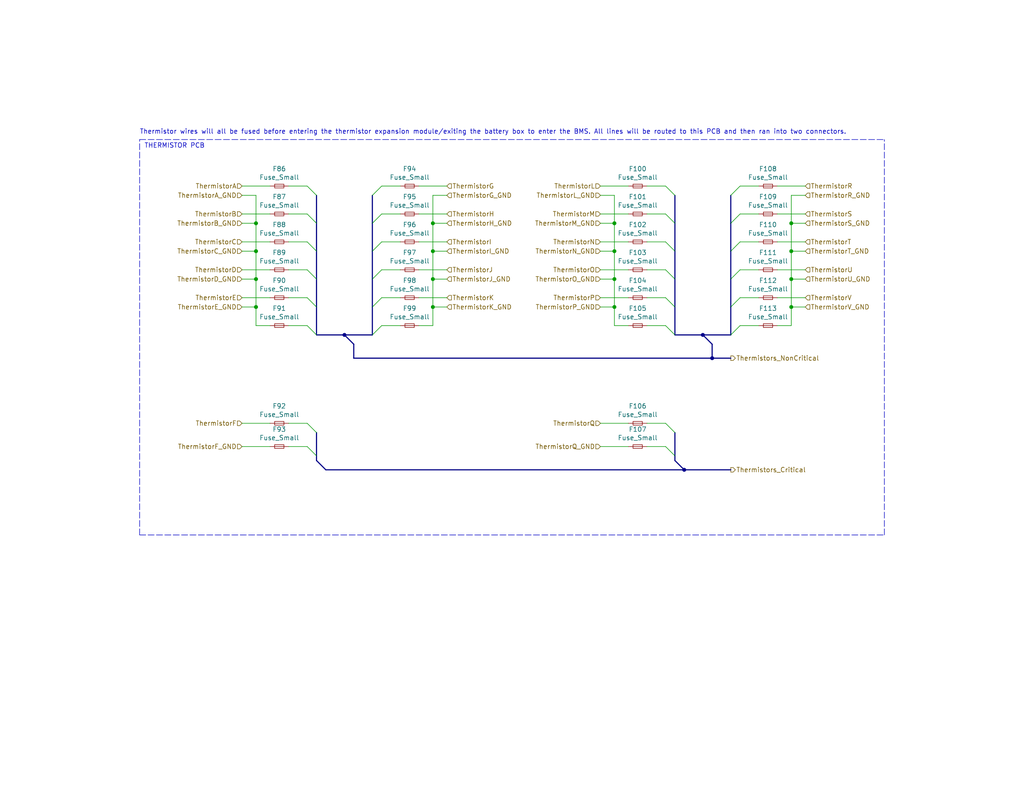
<source format=kicad_sch>
(kicad_sch (version 20211123) (generator eeschema)
  (paper "A")
  (title_block (title "Sgment Thermistor PCB") (date "2020-11-11") (rev "1") (company "Northeastern Electric Racing") (comment 1 "https://github.com/Northeastern-Electric-Racing/NER") (comment 2 "For authors and other info, contact Chief Electrical Engineer"))
  (lib_symbols
    (symbol "Device:Fuse_Small" (pin_numbers hide) (pin_names (offset 0.254) hide)
      (property "Reference" "F" (at 0 -1.524 0))
      (property "Value" "Fuse_Small" (at 0 1.524 0))
      (symbol "Fuse_Small_0_1"
        (rectangle (start -1.27 0.508) (end 1.27 -0.508))
        (polyline (pts (xy -1.27 0) (xy 1.27 0)))
      )
      (symbol "Fuse_Small_1_1"
        (pin passive line (at -2.54 0 0) (length 1.27) (name "~") (number "1"))
        (pin passive line (at 2.54 0 180) (length 1.27) (name "~") (number "2"))
      )
    )
  )
  (junction (at 167.64 83.82))
  (junction (at 215.9 83.82))
  (junction (at 118.11 76.2))
  (junction (at 118.11 60.96))
  (junction (at 186.69 128.27))
  (junction (at 194.31 97.79))
  (junction (at 69.85 76.2))
  (junction (at 215.9 68.58))
  (junction (at 69.85 83.82))
  (junction (at 69.85 68.58))
  (junction (at 167.64 60.96))
  (junction (at 118.11 83.82))
  (junction (at 118.11 68.58))
  (junction (at 167.64 76.2))
  (junction (at 215.9 60.96))
  (junction (at 93.98 91.44))
  (junction (at 69.85 60.96))
  (junction (at 215.9 76.2))
  (junction (at 167.64 68.58))
  (junction (at 191.77 91.44))
  (bus_entry (at 201.93 73.66) (size -2.54 2.54))
  (bus_entry (at 181.61 81.28) (size 2.54 2.54))
  (bus_entry (at 83.82 81.28) (size 2.54 2.54))
  (bus_entry (at 201.93 50.8) (size -2.54 2.54))
  (bus_entry (at 181.61 66.04) (size 2.54 2.54))
  (bus_entry (at 181.61 115.57) (size 2.54 2.54))
  (bus_entry (at 83.82 66.04) (size 2.54 2.54))
  (bus_entry (at 83.82 50.8) (size 2.54 2.54))
  (bus_entry (at 181.61 88.9) (size 2.54 2.54))
  (bus_entry (at 181.61 73.66) (size 2.54 2.54))
  (bus_entry (at 104.14 66.04) (size -2.54 2.54))
  (bus_entry (at 104.14 81.28) (size -2.54 2.54))
  (bus_entry (at 104.14 73.66) (size -2.54 2.54))
  (bus_entry (at 83.82 58.42) (size 2.54 2.54))
  (bus_entry (at 83.82 73.66) (size 2.54 2.54))
  (bus_entry (at 83.82 88.9) (size 2.54 2.54))
  (bus_entry (at 83.82 121.92) (size 2.54 2.54))
  (bus_entry (at 201.93 81.28) (size -2.54 2.54))
  (bus_entry (at 181.61 58.42) (size 2.54 2.54))
  (bus_entry (at 181.61 121.92) (size 2.54 2.54))
  (bus_entry (at 104.14 58.42) (size -2.54 2.54))
  (bus_entry (at 201.93 88.9) (size -2.54 2.54))
  (bus_entry (at 201.93 58.42) (size -2.54 2.54))
  (bus_entry (at 104.14 50.8) (size -2.54 2.54))
  (bus_entry (at 104.14 88.9) (size -2.54 2.54))
  (bus_entry (at 181.61 50.8) (size 2.54 2.54))
  (bus_entry (at 83.82 115.57) (size 2.54 2.54))
  (bus_entry (at 201.93 66.04) (size -2.54 2.54))
  (bus (pts (xy 186.69 128.27) (xy 199.39 128.27)))
  (wire (pts (xy 121.92 76.2) (xy 118.11 76.2)))
  (wire (pts (xy 121.92 68.58) (xy 118.11 68.58)))
  (wire (pts (xy 163.83 115.57) (xy 171.45 115.57)))
  (wire (pts (xy 181.61 115.57) (xy 176.53 115.57)))
  (wire (pts (xy 176.53 58.42) (xy 181.61 58.42)))
  (wire (pts (xy 215.9 83.82) (xy 215.9 88.9)))
  (wire (pts (xy 167.64 53.34) (xy 163.83 53.34)))
  (wire (pts (xy 163.83 81.28) (xy 171.45 81.28)))
  (polyline (pts (xy 241.3 146.05) (xy 241.3 38.1)))
  (bus (pts (xy 96.52 93.98) (xy 96.52 97.79)))
  (bus (pts (xy 184.15 91.44) (xy 191.77 91.44)))
  (bus (pts (xy 184.15 60.96) (xy 184.15 68.58)))
  (wire (pts (xy 109.22 50.8) (xy 104.14 50.8)))
  (wire (pts (xy 69.85 53.34) (xy 69.85 60.96)))
  (wire (pts (xy 66.04 76.2) (xy 69.85 76.2)))
  (wire (pts (xy 121.92 66.04) (xy 114.3 66.04)))
  (wire (pts (xy 207.01 50.8) (xy 201.93 50.8)))
  (wire (pts (xy 163.83 73.66) (xy 171.45 73.66)))
  (wire (pts (xy 167.64 83.82) (xy 167.64 88.9)))
  (wire (pts (xy 219.71 68.58) (xy 215.9 68.58)))
  (bus (pts (xy 101.6 60.96) (xy 101.6 68.58)))
  (bus (pts (xy 86.36 118.11) (xy 86.36 124.46)))
  (wire (pts (xy 66.04 73.66) (xy 73.66 73.66)))
  (wire (pts (xy 219.71 60.96) (xy 215.9 60.96)))
  (wire (pts (xy 176.53 88.9) (xy 181.61 88.9)))
  (wire (pts (xy 121.92 50.8) (xy 114.3 50.8)))
  (wire (pts (xy 167.64 88.9) (xy 171.45 88.9)))
  (wire (pts (xy 66.04 66.04) (xy 73.66 66.04)))
  (bus (pts (xy 184.15 53.34) (xy 184.15 60.96)))
  (wire (pts (xy 78.74 81.28) (xy 83.82 81.28)))
  (bus (pts (xy 86.36 91.44) (xy 93.98 91.44)))
  (wire (pts (xy 176.53 66.04) (xy 181.61 66.04)))
  (wire (pts (xy 219.71 76.2) (xy 215.9 76.2)))
  (bus (pts (xy 86.36 83.82) (xy 86.36 91.44)))
  (wire (pts (xy 207.01 88.9) (xy 201.93 88.9)))
  (wire (pts (xy 207.01 81.28) (xy 201.93 81.28)))
  (wire (pts (xy 118.11 53.34) (xy 121.92 53.34)))
  (bus (pts (xy 199.39 60.96) (xy 199.39 68.58)))
  (bus (pts (xy 86.36 76.2) (xy 86.36 83.82)))
  (wire (pts (xy 78.74 50.8) (xy 83.82 50.8)))
  (wire (pts (xy 109.22 81.28) (xy 104.14 81.28)))
  (wire (pts (xy 78.74 73.66) (xy 83.82 73.66)))
  (wire (pts (xy 78.74 88.9) (xy 83.82 88.9)))
  (wire (pts (xy 219.71 58.42) (xy 212.09 58.42)))
  (wire (pts (xy 176.53 73.66) (xy 181.61 73.66)))
  (wire (pts (xy 69.85 60.96) (xy 69.85 68.58)))
  (bus (pts (xy 96.52 97.79) (xy 194.31 97.79)))
  (wire (pts (xy 163.83 60.96) (xy 167.64 60.96)))
  (wire (pts (xy 66.04 68.58) (xy 69.85 68.58)))
  (bus (pts (xy 199.39 83.82) (xy 199.39 91.44)))
  (wire (pts (xy 207.01 66.04) (xy 201.93 66.04)))
  (wire (pts (xy 66.04 83.82) (xy 69.85 83.82)))
  (bus (pts (xy 184.15 124.46) (xy 184.15 125.73)))
  (wire (pts (xy 69.85 53.34) (xy 66.04 53.34)))
  (wire (pts (xy 118.11 76.2) (xy 118.11 83.82)))
  (wire (pts (xy 219.71 66.04) (xy 212.09 66.04)))
  (bus (pts (xy 184.15 68.58) (xy 184.15 76.2)))
  (wire (pts (xy 66.04 50.8) (xy 73.66 50.8)))
  (wire (pts (xy 121.92 73.66) (xy 114.3 73.66)))
  (bus (pts (xy 184.15 125.73) (xy 186.69 128.27)))
  (wire (pts (xy 215.9 68.58) (xy 215.9 76.2)))
  (wire (pts (xy 66.04 121.92) (xy 73.66 121.92)))
  (wire (pts (xy 163.83 50.8) (xy 171.45 50.8)))
  (wire (pts (xy 215.9 53.34) (xy 215.9 60.96)))
  (wire (pts (xy 219.71 83.82) (xy 215.9 83.82)))
  (bus (pts (xy 184.15 118.11) (xy 184.15 124.46)))
  (wire (pts (xy 167.64 76.2) (xy 167.64 83.82)))
  (polyline (pts (xy 38.1 146.05) (xy 38.1 38.1)))
  (wire (pts (xy 163.83 76.2) (xy 167.64 76.2)))
  (wire (pts (xy 78.74 121.92) (xy 83.82 121.92)))
  (wire (pts (xy 118.11 60.96) (xy 118.11 68.58)))
  (wire (pts (xy 69.85 88.9) (xy 73.66 88.9)))
  (bus (pts (xy 101.6 83.82) (xy 101.6 91.44)))
  (wire (pts (xy 109.22 58.42) (xy 104.14 58.42)))
  (wire (pts (xy 66.04 60.96) (xy 69.85 60.96)))
  (wire (pts (xy 215.9 76.2) (xy 215.9 83.82)))
  (wire (pts (xy 118.11 68.58) (xy 118.11 76.2)))
  (bus (pts (xy 184.15 76.2) (xy 184.15 83.82)))
  (polyline (pts (xy 38.1 38.1) (xy 241.3 38.1)))
  (bus (pts (xy 93.98 91.44) (xy 101.6 91.44)))
  (bus (pts (xy 86.36 124.46) (xy 86.36 125.73)))
  (bus (pts (xy 86.36 60.96) (xy 86.36 68.58)))
  (wire (pts (xy 176.53 50.8) (xy 181.61 50.8)))
  (wire (pts (xy 69.85 76.2) (xy 69.85 83.82)))
  (bus (pts (xy 191.77 91.44) (xy 194.31 93.98)))
  (wire (pts (xy 167.64 60.96) (xy 167.64 68.58)))
  (wire (pts (xy 78.74 66.04) (xy 83.82 66.04)))
  (wire (pts (xy 163.83 58.42) (xy 171.45 58.42)))
  (wire (pts (xy 121.92 60.96) (xy 118.11 60.96)))
  (wire (pts (xy 215.9 53.34) (xy 219.71 53.34)))
  (wire (pts (xy 219.71 73.66) (xy 212.09 73.66)))
  (bus (pts (xy 86.36 68.58) (xy 86.36 76.2)))
  (bus (pts (xy 86.36 125.73) (xy 88.9 128.27)))
  (wire (pts (xy 207.01 73.66) (xy 201.93 73.66)))
  (bus (pts (xy 93.98 91.44) (xy 96.52 93.98)))
  (wire (pts (xy 69.85 83.82) (xy 69.85 88.9)))
  (bus (pts (xy 86.36 53.34) (xy 86.36 60.96)))
  (wire (pts (xy 163.83 66.04) (xy 171.45 66.04)))
  (wire (pts (xy 163.83 121.92) (xy 171.45 121.92)))
  (wire (pts (xy 207.01 58.42) (xy 201.93 58.42)))
  (bus (pts (xy 191.77 91.44) (xy 199.39 91.44)))
  (wire (pts (xy 215.9 60.96) (xy 215.9 68.58)))
  (wire (pts (xy 118.11 53.34) (xy 118.11 60.96)))
  (bus (pts (xy 101.6 68.58) (xy 101.6 76.2)))
  (wire (pts (xy 163.83 68.58) (xy 167.64 68.58)))
  (wire (pts (xy 78.74 58.42) (xy 83.82 58.42)))
  (wire (pts (xy 109.22 66.04) (xy 104.14 66.04)))
  (wire (pts (xy 176.53 81.28) (xy 181.61 81.28)))
  (bus (pts (xy 199.39 68.58) (xy 199.39 76.2)))
  (bus (pts (xy 101.6 76.2) (xy 101.6 83.82)))
  (wire (pts (xy 118.11 83.82) (xy 118.11 88.9)))
  (wire (pts (xy 121.92 81.28) (xy 114.3 81.28)))
  (wire (pts (xy 219.71 81.28) (xy 212.09 81.28)))
  (wire (pts (xy 109.22 88.9) (xy 104.14 88.9)))
  (wire (pts (xy 78.74 115.57) (xy 83.82 115.57)))
  (wire (pts (xy 215.9 88.9) (xy 212.09 88.9)))
  (wire (pts (xy 66.04 58.42) (xy 73.66 58.42)))
  (wire (pts (xy 167.64 68.58) (xy 167.64 76.2)))
  (bus (pts (xy 194.31 93.98) (xy 194.31 97.79)))
  (wire (pts (xy 219.71 50.8) (xy 212.09 50.8)))
  (wire (pts (xy 66.04 81.28) (xy 73.66 81.28)))
  (wire (pts (xy 121.92 58.42) (xy 114.3 58.42)))
  (wire (pts (xy 118.11 88.9) (xy 114.3 88.9)))
  (wire (pts (xy 66.04 115.57) (xy 73.66 115.57)))
  (bus (pts (xy 88.9 128.27) (xy 186.69 128.27)))
  (wire (pts (xy 181.61 121.92) (xy 176.53 121.92)))
  (bus (pts (xy 101.6 53.34) (xy 101.6 60.96)))
  (wire (pts (xy 109.22 73.66) (xy 104.14 73.66)))
  (bus (pts (xy 199.39 53.34) (xy 199.39 60.96)))
  (wire (pts (xy 163.83 83.82) (xy 167.64 83.82)))
  (bus (pts (xy 184.15 83.82) (xy 184.15 91.44)))
  (bus (pts (xy 194.31 97.79) (xy 199.39 97.79)))
  (wire (pts (xy 69.85 68.58) (xy 69.85 76.2)))
  (wire (pts (xy 167.64 53.34) (xy 167.64 60.96)))
  (polyline (pts (xy 38.1 146.05) (xy 241.3 146.05)))
  (bus (pts (xy 199.39 76.2) (xy 199.39 83.82)))
  (wire (pts (xy 121.92 83.82) (xy 118.11 83.82)))
  (text "Thermistor wires will all be fused before entering the thermistor expansion module/exiting the battery box to enter the BMS. All lines will be routed to this PCB and then ran into two connectors." (at 38.1 36.83 0) (effects (font (size 1.27 1.27)) (justify left bottom)))
  (text "THERMISTOR PCB" (at 39.37 40.64 0) (effects (font (size 1.27 1.27)) (justify left bottom)))
  (hierarchical_label "ThermistorD" (shape input) (at 66.04 73.66 180))
  (hierarchical_label "ThermistorU" (shape input) (at 219.71 73.66 0))
  (hierarchical_label "ThermistorC" (shape input) (at 66.04 66.04 180))
  (hierarchical_label "ThermistorK_GND" (shape input) (at 121.92 83.82 0))
  (hierarchical_label "ThermistorP_GND" (shape input) (at 163.83 83.82 180))
  (hierarchical_label "ThermistorL_GND" (shape input) (at 163.83 53.34 180))
  (hierarchical_label "ThermistorF_GND" (shape input) (at 66.04 121.92 180))
  (hierarchical_label "ThermistorM_GND" (shape input) (at 163.83 60.96 180))
  (hierarchical_label "Thermistors_Critical" (shape output) (at 199.39 128.27 0))
  (hierarchical_label "ThermistorB" (shape input) (at 66.04 58.42 180))
  (hierarchical_label "ThermistorA_GND" (shape input) (at 66.04 53.34 180))
  (hierarchical_label "ThermistorE_GND" (shape input) (at 66.04 83.82 180))
  (hierarchical_label "ThermistorG" (shape input) (at 121.92 50.8 0))
  (hierarchical_label "ThermistorH_GND" (shape input) (at 121.92 60.96 0))
  (hierarchical_label "ThermistorM" (shape input) (at 163.83 58.42 180))
  (hierarchical_label "ThermistorN_GND" (shape input) (at 163.83 68.58 180))
  (hierarchical_label "ThermistorI" (shape input) (at 121.92 66.04 0))
  (hierarchical_label "ThermistorN" (shape input) (at 163.83 66.04 180))
  (hierarchical_label "ThermistorR_GND" (shape input) (at 219.71 53.34 0))
  (hierarchical_label "ThermistorO" (shape input) (at 163.83 73.66 180))
  (hierarchical_label "ThermistorQ" (shape input) (at 163.83 115.57 180))
  (hierarchical_label "ThermistorB_GND" (shape input) (at 66.04 60.96 180))
  (hierarchical_label "ThermistorR" (shape input) (at 219.71 50.8 0))
  (hierarchical_label "ThermistorF" (shape input) (at 66.04 115.57 180))
  (hierarchical_label "Thermistors_NonCritical" (shape output) (at 199.39 97.79 0))
  (hierarchical_label "ThermistorG_GND" (shape input) (at 121.92 53.34 0))
  (hierarchical_label "ThermistorL" (shape input) (at 163.83 50.8 180))
  (hierarchical_label "ThermistorU_GND" (shape input) (at 219.71 76.2 0))
  (hierarchical_label "ThermistorK" (shape input) (at 121.92 81.28 0))
  (hierarchical_label "ThermistorJ_GND" (shape input) (at 121.92 76.2 0))
  (hierarchical_label "ThermistorI_GND" (shape input) (at 121.92 68.58 0))
  (hierarchical_label "ThermistorC_GND" (shape input) (at 66.04 68.58 180))
  (hierarchical_label "ThermistorO_GND" (shape input) (at 163.83 76.2 180))
  (hierarchical_label "ThermistorD_GND" (shape input) (at 66.04 76.2 180))
  (hierarchical_label "ThermistorV_GND" (shape input) (at 219.71 83.82 0))
  (hierarchical_label "ThermistorT_GND" (shape input) (at 219.71 68.58 0))
  (hierarchical_label "ThermistorE" (shape input) (at 66.04 81.28 180))
  (hierarchical_label "ThermistorH" (shape input) (at 121.92 58.42 0))
  (hierarchical_label "ThermistorT" (shape input) (at 219.71 66.04 0))
  (hierarchical_label "ThermistorS_GND" (shape input) (at 219.71 60.96 0))
  (hierarchical_label "ThermistorV" (shape input) (at 219.71 81.28 0))
  (hierarchical_label "ThermistorA" (shape input) (at 66.04 50.8 180))
  (hierarchical_label "ThermistorQ_GND" (shape input) (at 163.83 121.92 180))
  (hierarchical_label "ThermistorJ" (shape input) (at 121.92 73.66 0))
  (hierarchical_label "ThermistorS" (shape input) (at 219.71 58.42 0))
  (hierarchical_label "ThermistorP" (shape input) (at 163.83 81.28 180))
  (symbol (lib_id "Device:Fuse_Small") (at 111.76 81.28 0)
    (property "Reference" "F98" (at 111.76 76.581 0))
    (property "Value" "Fuse_Small" (at 111.76 78.8924 0))
  )
  (symbol (lib_id "Device:Fuse_Small") (at 111.76 88.9 0)
    (property "Reference" "F99" (at 111.76 84.201 0))
    (property "Value" "Fuse_Small" (at 111.76 86.5124 0))
  )
  (symbol (lib_id "Device:Fuse_Small") (at 111.76 50.8 0)
    (property "Reference" "F94" (at 111.76 46.101 0))
    (property "Value" "Fuse_Small" (at 111.76 48.4124 0))
  )
  (symbol (lib_id "Device:Fuse_Small") (at 111.76 58.42 0)
    (property "Reference" "F95" (at 111.76 53.721 0))
    (property "Value" "Fuse_Small" (at 111.76 56.0324 0))
  )
  (symbol (lib_id "Device:Fuse_Small") (at 111.76 66.04 0)
    (property "Reference" "F96" (at 111.76 61.341 0))
    (property "Value" "Fuse_Small" (at 111.76 63.6524 0))
  )
  (symbol (lib_id "Device:Fuse_Small") (at 111.76 73.66 0)
    (property "Reference" "F97" (at 111.76 68.961 0))
    (property "Value" "Fuse_Small" (at 111.76 71.2724 0))
  )
  (symbol (lib_id "Device:Fuse_Small") (at 173.99 81.28 0) (mirror y)
    (property "Reference" "F104" (at 173.99 76.581 0))
    (property "Value" "Fuse_Small" (at 173.99 78.8924 0))
  )
  (symbol (lib_id "Device:Fuse_Small") (at 173.99 88.9 0) (mirror y)
    (property "Reference" "F105" (at 173.99 84.201 0))
    (property "Value" "Fuse_Small" (at 173.99 86.5124 0))
  )
  (symbol (lib_id "Device:Fuse_Small") (at 173.99 50.8 0) (mirror y)
    (property "Reference" "F100" (at 173.99 46.101 0))
    (property "Value" "Fuse_Small" (at 173.99 48.4124 0))
  )
  (symbol (lib_id "Device:Fuse_Small") (at 173.99 58.42 0) (mirror y)
    (property "Reference" "F101" (at 173.99 53.721 0))
    (property "Value" "Fuse_Small" (at 173.99 56.0324 0))
  )
  (symbol (lib_id "Device:Fuse_Small") (at 173.99 66.04 0) (mirror y)
    (property "Reference" "F102" (at 173.99 61.341 0))
    (property "Value" "Fuse_Small" (at 173.99 63.6524 0))
  )
  (symbol (lib_id "Device:Fuse_Small") (at 173.99 73.66 0) (mirror y)
    (property "Reference" "F103" (at 173.99 68.961 0))
    (property "Value" "Fuse_Small" (at 173.99 71.2724 0))
  )
  (symbol (lib_id "Device:Fuse_Small") (at 209.55 81.28 0)
    (property "Reference" "F112" (at 209.55 76.581 0))
    (property "Value" "Fuse_Small" (at 209.55 78.8924 0))
  )
  (symbol (lib_id "Device:Fuse_Small") (at 209.55 88.9 0)
    (property "Reference" "F113" (at 209.55 84.201 0))
    (property "Value" "Fuse_Small" (at 209.55 86.5124 0))
  )
  (symbol (lib_id "Device:Fuse_Small") (at 209.55 50.8 0)
    (property "Reference" "F108" (at 209.55 46.101 0))
    (property "Value" "Fuse_Small" (at 209.55 48.4124 0))
  )
  (symbol (lib_id "Device:Fuse_Small") (at 209.55 58.42 0)
    (property "Reference" "F109" (at 209.55 53.721 0))
    (property "Value" "Fuse_Small" (at 209.55 56.0324 0))
  )
  (symbol (lib_id "Device:Fuse_Small") (at 209.55 66.04 0)
    (property "Reference" "F110" (at 209.55 61.341 0))
    (property "Value" "Fuse_Small" (at 209.55 63.6524 0))
  )
  (symbol (lib_id "Device:Fuse_Small") (at 209.55 73.66 0)
    (property "Reference" "F111" (at 209.55 68.961 0))
    (property "Value" "Fuse_Small" (at 209.55 71.2724 0))
  )
  (symbol (lib_id "Device:Fuse_Small") (at 76.2 50.8 0) (mirror y)
    (property "Reference" "F86" (at 76.2 46.101 0))
    (property "Value" "Fuse_Small" (at 76.2 48.4124 0))
  )
  (symbol (lib_id "Device:Fuse_Small") (at 76.2 58.42 0) (mirror y)
    (property "Reference" "F87" (at 76.2 53.721 0))
    (property "Value" "Fuse_Small" (at 76.2 56.0324 0))
  )
  (symbol (lib_id "Device:Fuse_Small") (at 76.2 66.04 0) (mirror y)
    (property "Reference" "F88" (at 76.2 61.341 0))
    (property "Value" "Fuse_Small" (at 76.2 63.6524 0))
  )
  (symbol (lib_id "Device:Fuse_Small") (at 76.2 73.66 0) (mirror y)
    (property "Reference" "F89" (at 76.2 68.961 0))
    (property "Value" "Fuse_Small" (at 76.2 71.2724 0))
  )
  (symbol (lib_id "Device:Fuse_Small") (at 76.2 81.28 0) (mirror y)
    (property "Reference" "F90" (at 76.2 76.581 0))
    (property "Value" "Fuse_Small" (at 76.2 78.8924 0))
  )
  (symbol (lib_id "Device:Fuse_Small") (at 76.2 88.9 0) (mirror y)
    (property "Reference" "F91" (at 76.2 84.201 0))
    (property "Value" "Fuse_Small" (at 76.2 86.5124 0))
  )
  (symbol (lib_id "Device:Fuse_Small") (at 76.2 115.57 0) (mirror y)
    (property "Reference" "F92" (at 76.2 110.871 0))
    (property "Value" "Fuse_Small" (at 76.2 113.1824 0))
  )
  (symbol (lib_id "Device:Fuse_Small") (at 76.2 121.92 0) (mirror y)
    (property "Reference" "F93" (at 76.2 117.221 0))
    (property "Value" "Fuse_Small" (at 76.2 119.5324 0))
  )
  (symbol (lib_id "Device:Fuse_Small") (at 173.99 115.57 0) (mirror y)
    (property "Reference" "F106" (at 173.99 110.871 0))
    (property "Value" "Fuse_Small" (at 173.99 113.1824 0))
  )
  (symbol (lib_id "Device:Fuse_Small") (at 173.99 121.92 0) (mirror y)
    (property "Reference" "F107" (at 173.99 117.221 0))
    (property "Value" "Fuse_Small" (at 173.99 119.5324 0))
  )
)
</source>
